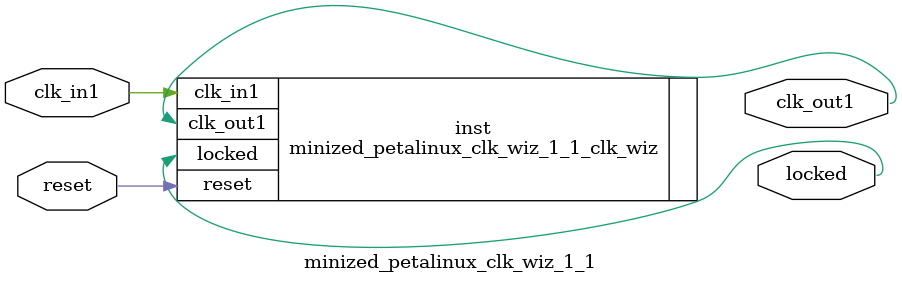
<source format=v>


`timescale 1ps/1ps

(* CORE_GENERATION_INFO = "minized_petalinux_clk_wiz_1_1,clk_wiz_v6_0_1_0_0,{component_name=minized_petalinux_clk_wiz_1_1,use_phase_alignment=true,use_min_o_jitter=false,use_max_i_jitter=false,use_dyn_phase_shift=false,use_inclk_switchover=false,use_dyn_reconfig=false,enable_axi=0,feedback_source=FDBK_AUTO,PRIMITIVE=MMCM,num_out_clk=1,clkin1_period=10.000,clkin2_period=10.000,use_power_down=false,use_reset=true,use_locked=true,use_inclk_stopped=false,feedback_type=SINGLE,CLOCK_MGR_TYPE=NA,manual_override=false}" *)

module minized_petalinux_clk_wiz_1_1 
 (
  // Clock out ports
  output        clk_out1,
  // Status and control signals
  input         reset,
  output        locked,
 // Clock in ports
  input         clk_in1
 );

  minized_petalinux_clk_wiz_1_1_clk_wiz inst
  (
  // Clock out ports  
  .clk_out1(clk_out1),
  // Status and control signals               
  .reset(reset), 
  .locked(locked),
 // Clock in ports
  .clk_in1(clk_in1)
  );

endmodule

</source>
